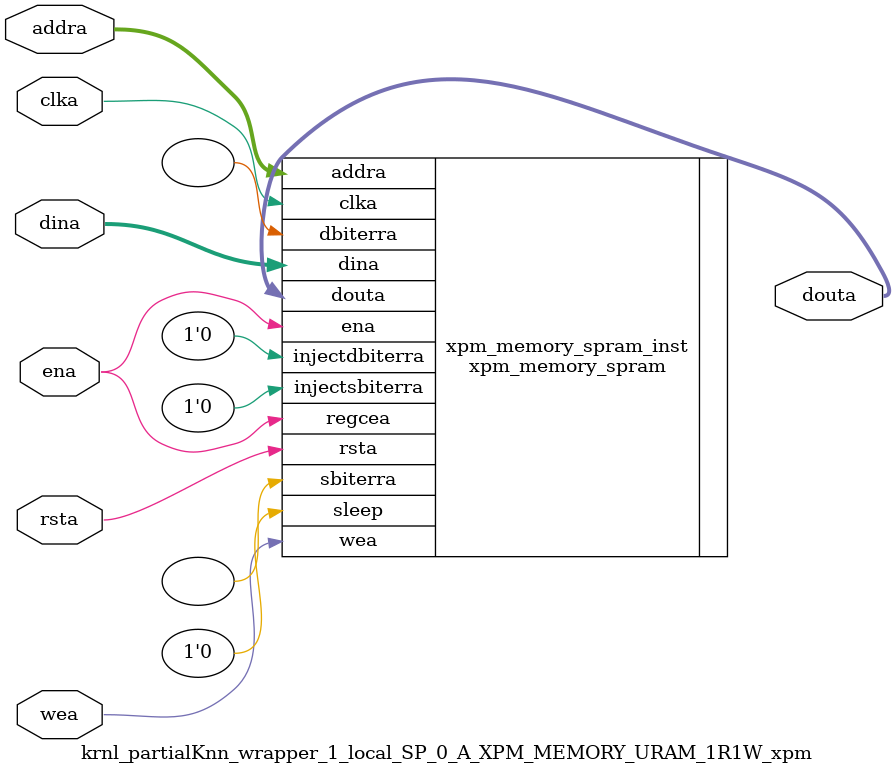
<source format=v>
`timescale 1 ns / 1 ps
module krnl_partialKnn_wrapper_1_local_SP_0_A_XPM_MEMORY_URAM_1R1W_xpm # (
  // Common module parameters
  parameter integer                 MEMORY_SIZE        = 524288,
  parameter                         MEMORY_PRIMITIVE   = "ultra",
  parameter                         ECC_MODE           = "no_ecc",
  parameter                         MEMORY_INIT_FILE   = "none",
  parameter                         WAKEUP_TIME        = "disable_sleep",
  parameter integer                 MESSAGE_CONTROL    = 0,
  // Port A module parameters
  parameter integer                 WRITE_DATA_WIDTH_A = 256,
  parameter integer                 READ_DATA_WIDTH_A  = WRITE_DATA_WIDTH_A,
  parameter integer                 BYTE_WRITE_WIDTH_A = WRITE_DATA_WIDTH_A,
  parameter integer                 ADDR_WIDTH_A       = 11,
  parameter                         READ_RESET_VALUE_A = "0",
  parameter integer                 READ_LATENCY_A     = 1,
  parameter                         WRITE_MODE_A       = "read_first"
) (
  // Port A module ports
  input  wire                                               clka,
  input  wire                                               rsta,
  input  wire                                               ena,
  input  wire [(WRITE_DATA_WIDTH_A/BYTE_WRITE_WIDTH_A)-1:0] wea,
  input  wire [ADDR_WIDTH_A-1:0]                            addra,
  input  wire [WRITE_DATA_WIDTH_A-1:0]                      dina,
  output wire [READ_DATA_WIDTH_A-1:0]                       douta
);
// Set parameter values and connect ports to instantiate an XPM_MEMORY single port RAM configuration
xpm_memory_spram # (
  // Common module parameters
  .MEMORY_SIZE        (MEMORY_SIZE),   //positive integer
  .MEMORY_PRIMITIVE   (MEMORY_PRIMITIVE),      //string; "auto", "distributed", "block" or "ultra";
  .ECC_MODE           (ECC_MODE),      //do not change
  .MEMORY_INIT_FILE   (MEMORY_INIT_FILE), //string; "none" or "<filename>.mem" 
  .MEMORY_INIT_PARAM  (""), //string;
  .WAKEUP_TIME        (WAKEUP_TIME),      //string; "disable_sleep" or "use_sleep_pin"
  .MESSAGE_CONTROL    (MESSAGE_CONTROL),      //do not change
  // Port A module parameters
  .WRITE_DATA_WIDTH_A (WRITE_DATA_WIDTH_A),     //positive integer
  .READ_DATA_WIDTH_A  (READ_DATA_WIDTH_A),     //positive integer
  .BYTE_WRITE_WIDTH_A (BYTE_WRITE_WIDTH_A),     //integer; 8, 9, or WRITE_DATA_WIDTH_A value
  .ADDR_WIDTH_A       (ADDR_WIDTH_A),      //positive integer
  .READ_RESET_VALUE_A (READ_RESET_VALUE_A),  //string
  .READ_LATENCY_A     (READ_LATENCY_A),      //non-negative integer
  .WRITE_MODE_A       (WRITE_MODE_A)       //string; "write_first", "read_first", "no_change"
) xpm_memory_spram_inst (
  // Common module ports
  .sleep          (1'b0),  //do not change
  // Port A module ports
  .clka           (clka),
  .rsta           (rsta),
  .ena            (ena),
  .regcea         (ena),
  .wea            (wea),
  .addra          (addra),
  .dina           (dina),
  .injectsbiterra (1'b0),  //do not change
  .injectdbiterra (1'b0),  //do not change
  .douta          (douta),
  .sbiterra       (),      //do not change
  .dbiterra       ()       //do not change
);
endmodule
</source>
